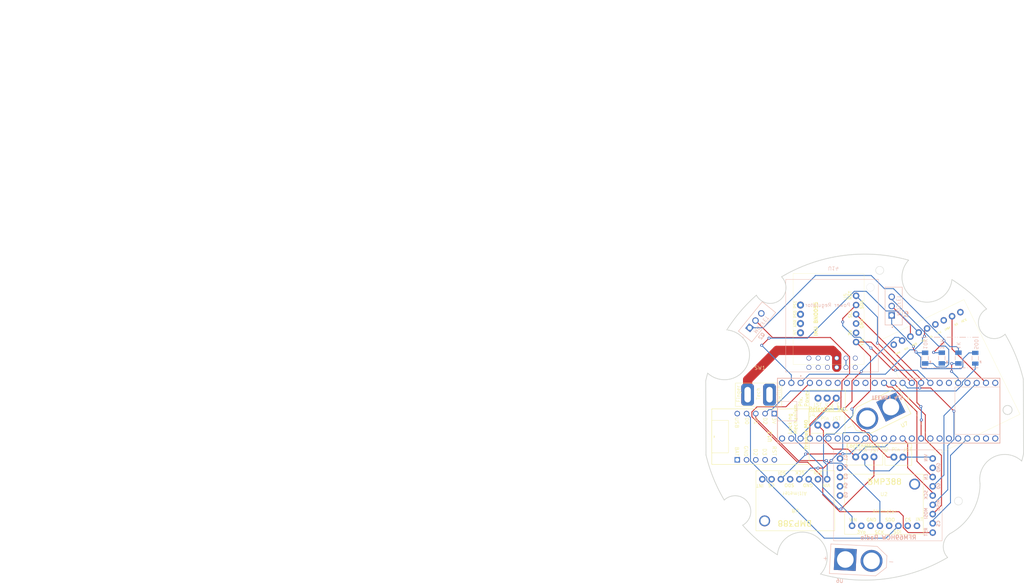
<source format=kicad_pcb>
(kicad_pcb (version 20221018) (generator pcbnew)
  (title_block (title "G-FORCE PCB") (date "2024-01-07") (rev "2") (company "Kathleen Arrington and Anthony Konstantinidi"))
  (layers (0 "F.Cu" signal "Top Signal") (1 "In1.Cu" power "GND") (2 "In2.Cu" power "5V") (3 "In3.Cu" mixed "GND-NMOS1") (4 "In4.Cu" power "22.2V") (31 "B.Cu" signal "Bottom Signal") (34 "B.Paste" user) (35 "F.Paste" user) (36 "B.SilkS" user "B.Silkscreen") (37 "F.SilkS" user "F.Silkscreen") (38 "B.Mask" user) (39 "F.Mask" user) (44 "Edge.Cuts" user))
  (net 0 "")
  (net 1 "/Retention  Signal")
  (net 2 "5V-Power Reg.")
  (net 3 "GND - NMOS1")
  (net 4 "/Open Signal")
  (net 5 "GND - NMOS2")
  (net 6 "Net-(Q1-Pad1)")
  (net 7 "GND")
  (net 8 "Net-(Q2-Pad1)")
  (net 9 "Power Signal")
  (net 10 "PixHawk Signal")
  (net 11 "/.1in")
  (net 12 "/22.2V")
  (net 13 "RX1")
  (net 14 "TX1")
  (net 15 "RST3")
  (net 17 "3.3V-Teensy")
  (net 18 "3.3V-Teensy1")
  (net 25 "EN2")
  (net 26 "MOSI")
  (net 27 "MISO")
  (net 28 "SCK")
  (net 30 "SDA1")
  (net 31 "SCL1")
  (net 37 "SCL2")
  (net 38 "SDA2")
  (net 42 "G0")
  (net 43 "EN1")
  (net 48 "CS")
  (net 53 "RST2")
  (net 54 "3.3V-Trinket")
  (net 56 "SCL3")
  (net 58 "SDA3")
  (net 72 "unconnected-(U5-VRP-Pad3)")
  (footprint "BMP388:BMP388" (layer "F.Cu") (at 168.73567 90.371413 180)
    (fp_text reference "U8")
    (fp_text value "~")
  )
  (footprint "JST-XH3:JST-XH3" (layer "F.Cu") (at 172.442524 63.764892)
    (fp_text reference "J4")
    (fp_text value "532540370")
  )
  (footprint "BMP388:BMP388" (layer "F.Cu") (at 193.012152 86.832848)
    (fp_text reference "U2")
    (fp_text value "~")
  )
  (footprint "FingerTech:FingerTech" (layer "F.Cu") (at 152.302152 55.852848)
    (fp_text reference "SW1")
    (fp_text value "FingerTech")
  )
  (footprint "XT60:AMASS_XT60-M" (layer "F.Cu") (at 191.678064 63.997875 -154)
    (fp_text reference "U7")
    (fp_text value "~")
  )
  (footprint "Trinket M0:Trinket M0" (layer "F.Cu") (at 159.171446 70.537978 -90)
    (fp_text reference "U13")
    (fp_text value "~")
  )
  (footprint "JST-XH2:JST-XH2" (layer "F.Cu") (at 193.283032 72.545175)
    (fp_text reference "J3" hide)
    (fp_text value "460150206")
  )
  (footprint "adafruit gps:GPS_adafruit" (layer "F.Cu") (at 230.284405 64.394125 -154)
    (fp_text reference "U3")
    (fp_text value "~")
    (fp_circle (center 2.54 2.54) (end 3.79 2.54) (stroke (width 0.2032)) (fill none) (layer "Edge.Cuts"))
  )
  (footprint "BNO055:BNO055" (layer "F.Cu") (at 177.761391 39.519309 90)
    (fp_text reference "U14")
    (fp_text value "~")
  )
  (footprint "JST-XH3:JST-XH3" (layer "F.Cu") (at 182.398875 63.586849 180)
    (fp_text reference "J1" hide)
    (fp_text value "532540370")
  )
  (footprint "JST-XH3:JST-XH3" (layer "F.Cu") (at 182.820639 72.495598)
    (fp_text reference "J2" hide)
    (fp_text value "532540370")
  )
  (footprint "10KOhm:RESC3216X70N" (layer "B.Cu") (at 208.86792 48.980108 90)
    (fp_text reference "R3")
    (fp_text value "10K")
  )
  (footprint "RFModule:RFM_LoRa" (layer "B.Cu") (at 193.784729 85.518872 -90)
    (fp_text reference "U4" hide)
    (fp_text value "~")
  )
  (footprint "poluluRegulator:VoltageRegulator" (layer "B.Cu") (at 191.502027 27.406508 180)
    (fp_text reference "U5")
    (fp_text value "~")
    (fp_circle (center 2.2 -2.2) (end 3.29 -2.2) (stroke (width 0.05)) (fill none) (layer "Edge.Cuts"))
  )
  (footprint "10KOhm:RESC3216X70N" (layer "B.Cu") (at 204.29164 49.001523 90)
    (fp_text reference "R4")
    (fp_text value "10K")
  )
  (footprint "1kOhm:RESC3216X70N" (layer "B.Cu") (at 213.419777 48.97878 90)
    (fp_text reference "R2")
    (fp_text value "1000")
  )
  (footprint "XT60:AMASS_XT60-M" (layer "B.Cu") (at 186.018498 104.420967 -3)
    (fp_text reference "U6")
    (fp_text value "~")
  )
  (footprint "teensyMosfet:teensyMosfet" (layer "B.Cu") (at 157.815012 38.705763 51)
    (fp_text reference "Q2")
    (fp_text value "CSD19503KCS")
  )
  (footprint "Teensy:TEENSY41" (layer "B.Cu") (at 170.18 55.797149)
    (fp_text reference "U1")
    (fp_text value "~" hide)
  )
  (footprint "teensyMosfet:teensyMosfet" (layer "B.Cu") (at 195.132152 34.727848 90)
    (fp_text reference "Q1")
    (fp_text value "CSD19503KCS")
  )
  (footprint "500Ohm:RESC3216X65N" (layer "B.Cu") (at 218.034062 49.028469 90)
    (fp_text reference "R1")
    (fp_text value "500")
  )
  (gr_line (start 203.12179 51.646433) (end 219.19328 51.657673) (stroke (width 0.15) (type dash_dot_dot)) (layer "B.SilkS"))
  (gr_line (start 203.238914 43.273321) (end 219.310404 43.284561) (stroke (width 0.15) (type dash_dot_dot)) (layer "B.SilkS"))
  (gr_arc (start 211.64513 27.453066) (mid 202.008653 33.049872) (end 199.781521 22.130826) (stroke (width 0.2)) (layer "Edge.Cuts"))
  (gr_arc (start 210.466566 103.675352) (mid 193.522843 109.514976) (end 175.647082 108.231169) (stroke (width 0.2)) (layer "Edge.Cuts"))
  (gr_arc (start 149.248849 87.932256) (mid 155.698255 88.513581) (end 154.292751 94.834763) (stroke (width 0.2)) (layer "Edge.Cuts"))
  (gr_circle (center 160.321976 93.637848) (end 161.421977 93.637848) (stroke (width 0.1)) (fill none) (layer "Edge.Cuts"))
  (gr_arc (start 231.298303 75.15034) (mid 231.045682 76.196788) (end 230.767936 77.23685) (stroke (width 0.2)) (layer "Edge.Cuts"))
  (gr_arc (start 219.356944 83.444629) (mid 217.077176 91.451704) (end 211.041817 97.186252) (stroke (width 0.2)) (layer "Edge.Cuts"))
  (gr_arc (start 219.356945 83.444628) (mid 222.838676 76.253071) (end 230.767935 77.236851) (stroke (width 0.2)) (layer "Edge.Cuts"))
  (gr_arc (start 164.967775 26.697429) (mid 181.907614 20.853671) (end 199.781521 22.130825) (stroke (width 0.2)) (layer "Edge.Cuts"))
  (gr_line (start 231.298303 75.15034) (end 231.20181 54.752076) (stroke (width 0.2)) (layer "Edge.Cuts"))
  (gr_arc (start 144.178445 55.222771) (mid 144.432495 54.171011) (end 144.711923 53.125706) (stroke (width 0.2)) (layer "Edge.Cuts"))
  (gr_arc (start 149.954318 41.270657) (mid 153.672286 36.220888) (end 158.060309 31.741075) (stroke (width 0.2)) (layer "Edge.Cuts"))
  (gr_circle (center 213.421551 88.203894) (end 214.521552 88.203894) (stroke (width 0.1)) (fill none) (layer "Edge.Cuts"))
  (gr_line (start 144.249268 75.570904) (end 144.178445 55.222771) (stroke (width 0.2)) (layer "Edge.Cuts"))
  (gr_arc (start 226.212904 42.440811) (mid 229.164466 48.410983) (end 231.196406 54.753373) (stroke (width 0.2)) (layer "Edge.Cuts"))
  (gr_arc (start 163.815309 102.935463) (mid 158.769323 99.219793) (end 154.292752 94.834764) (stroke (width 0.2)) (layer "Edge.Cuts"))
  (gr_arc (start 163.815308 102.935464) (mid 173.424198 97.332335) (end 175.647081 108.231168) (stroke (width 0.2)) (layer "Edge.Cuts"))
  (gr_circle (center 191.85315 24.9286) (end 192.880088 24.534395) (stroke (width 0.1)) (fill none) (layer "Edge.Cuts"))
  (gr_arc (start 164.967775 26.697428) (mid 164.394706 33.164431) (end 158.060309 31.741075) (stroke (width 0.2)) (layer "Edge.Cuts"))
  (gr_arc (start 226.212904 42.440811) (mid 219.741396 41.872169) (end 221.13582 35.527195) (stroke (width 0.2)) (layer "Edge.Cuts"))
  (gr_arc (start 211.646353 27.453185) (mid 216.673936 31.157755) (end 221.13582 35.527195) (stroke (width 0.2)) (layer "Edge.Cuts"))
  (gr_arc (start 210.466565 103.675356) (mid 209.28716 100.303612) (end 211.046411 97.1948) (stroke (width 0.2)) (layer "Edge.Cuts"))
  (gr_arc (start 149.244744 87.927937) (mid 146.283811 81.936672) (end 144.249268 75.570904) (stroke (width 0.2)) (layer "Edge.Cuts"))
  (gr_arc (start 149.957733 41.266577) (mid 155.589526 50.847553) (end 144.711924 53.125706) (stroke (width 0.2)) (layer "Edge.Cuts"))
  (gr_text "Retention Ser.\n\n" (at 172.238609 65.118805) (layer "F.SilkS") (effects (font (size 1 1) (thickness 0.2) bold) (justify left bottom)))
  (gr_text "Mech.\n" (at 188.174142 73.788165) (layer "F.SilkS") (effects (font (size 1 1)) (justify left bottom)))
  (gr_text "Locking" (at 182.658893 73.623731) (layer "F.SilkS") (effects (font (size 1 1)) (justify left bottom)))
  (gr_text "Pix.\nPower" (at 172.397757 62.433542 90) (layer "F.SilkS") (effects (font (size 1 1)) (justify left bottom)))
  (gr_text "Mechanism" (at 169.353012 69.932777 90) (layer "F.SilkS") (effects (font (size 1 1)) (justify left bottom)))
  (gr_text "Locking" (at 167.833809 69.937526 90) (layer "F.SilkS") (effects (font (size 1 1)) (justify left bottom)))
  (segment (start 179.948875 59.980049) (end 172.72 67.208924) (width 0.25) (layer "F.Cu") (net 1))
  (segment (start 172.72 67.208924) (end 172.72 71.037149) (width 0.25) (layer "F.Cu") (net 1))
  (segment (start 189.362152 79.917848) (end 187.770639 78.326335) (width 0.25) (layer "B.Cu") (net 2))
  (segment (start 187.770639 78.326335) (end 187.770639 76.102398) (width 0.25) (layer "B.Cu") (net 2))
  (segment (start 198.233032 76.151975) (end 194.467159 79.917848) (width 0.25) (layer "B.Cu") (net 2))
  (segment (start 194.467159 79.917848) (end 189.362152 79.917848) (width 0.25) (layer "B.Cu") (net 2))
  (segment (start 205.987832 76.151975) (end 206.374729 76.538872) (width 0.25) (layer "B.Cu") (net 2))
  (segment (start 198.233032 76.151975) (end 205.987832 76.151975) (width 0.25) (layer "B.Cu") (net 2))
  (segment (start 200.265906 39.861602) (end 195.132152 34.727848) (width 0.25) (layer "F.Cu") (net 3))
  (segment (start 200.265906 43.086956) (end 200.265906 39.861602) (width 0.25) (layer "F.Cu") (net 3))
  (segment (start 190.270639 81.329361) (end 190.270639 76.102398) (width 0.25) (layer "F.Cu") (net 3))
  (segment (start 181.204485 90.395515) (end 190.270639 81.329361) (width 0.25) (layer "F.Cu") (net 3))
  (via (at 181.204485 90.395515) (size 0.8) (drill 0.4) (layers "F.Cu" "B.Cu") (net 3))
  (segment (start 172.38667 82.212413) (end 180.569772 90.395515) (width 0.25) (layer "B.Cu") (net 3))
  (segment (start 180.569772 90.395515) (end 181.204485 90.395515) (width 0.25) (layer "B.Cu") (net 3))
  (segment (start 183.106089 73.937848) (end 185.270639 76.102398) (width 0.25) (layer "F.Cu") (net 4))
  (segment (start 176.4175 68.896668) (end 176.4175 71.291602) (width 0.25) (layer "F.Cu") (net 4))
  (segment (start 174.892524 67.371692) (end 176.4175 68.896668) (width 0.25) (layer "F.Cu") (net 4))
  (segment (start 176.4175 71.291602) (end 179.063746 73.937848) (width 0.25) (layer "F.Cu") (net 4))
  (segment (start 179.063746 73.937848) (end 183.106089 73.937848) (width 0.25) (layer "F.Cu") (net 4))
  (segment (start 186.548139 74.781861) (end 188.002152 73.327848) (width 0.25) (layer "B.Cu") (net 4))
  (segment (start 185.270639 76.102398) (end 186.548139 74.824898) (width 0.25) (layer "B.Cu") (net 4))
  (segment (start 193.289301 73.327848) (end 195.58 71.037149) (width 0.25) (layer "B.Cu") (net 4))
  (segment (start 186.548139 74.824898) (end 186.548139 74.781861) (width 0.25) (layer "B.Cu") (net 4))
  (segment (start 188.002152 73.327848) (end 193.289301 73.327848) (width 0.25) (layer "B.Cu") (net 4))
  (segment (start 178.343887 43.349509) (end 183.602152 48.607774) (width 0.25) (layer "F.Cu") (net 5))
  (segment (start 181.226375 63.062242) (end 181.226375 59.667848) (width 0.25) (layer "F.Cu") (net 5))
  (segment (start 181.4975 55.317696) (end 181.4975 57.7425) (width 0.25) (layer "F.Cu") (net 5))
  (segment (start 189.1175 70.406359) (end 187.612152 68.901011) (width 0.25) (layer "F.Cu") (net 5))
  (segment (start 195.733032 76.151975) (end 193.977873 76.151975) (width 0.25) (layer "F.Cu") (net 5))
  (segment (start 189.1175 71.291602) (end 189.1175 70.406359) (width 0.25) (layer "F.Cu") (net 5))
  (segment (start 162.458758 43.349509) (end 178.343887 43.349509) (width 0.25) (layer "F.Cu") (net 5))
  (segment (start 181.232152 59.662071) (end 181.226375 59.667848) (width 0.25) (layer "F.Cu") (net 5))
  (segment (start 157.815012 38.705763) (end 162.458758 43.349509) (width 0.25) (layer "F.Cu") (net 5))
  (segment (start 181.4975 57.7425) (end 181.232152 58.007848) (width 0.25) (layer "F.Cu") (net 5))
  (segment (start 193.977873 76.151975) (end 189.1175 71.291602) (width 0.25) (layer "F.Cu") (net 5))
  (segment (start 187.065144 68.901011) (end 181.226375 63.062242) (width 0.25) (layer "F.Cu") (net 5))
  (segment (start 181.232152 59.662071) (end 181.232152 58.007848) (width 0.25) (layer "F.Cu") (net 5))
  (segment (start 183.602152 53.213044) (end 181.4975 55.317696) (width 0.25) (layer "F.Cu") (net 5))
  (segment (start 187.612152 68.901011) (end 187.065144 68.901011) (width 0.25) (layer "F.Cu") (net 5))
  (segment (start 183.602152 48.607774) (end 183.602152 53.213044) (width 0.25) (layer "F.Cu") (net 5))
  (segment (start 201.102152 45.827848) (end 201.102152 46.610023) (width 0.25) (layer "F.Cu") (net 6))
  (segment (start 201.102152 46.610023) (end 201.812152 47.320023) (width 0.25) (layer "F.Cu") (net 6))
  (via (at 201.812152 47.320023) (size 0.8) (drill 0.4) (layers "F.Cu" "B.Cu") (net 6))
  (via (at 201.102152 45.827848) (size 0.8) (drill 0.4) (layers "F.Cu" "B.Cu") (net 6))
  (segment (start 201.812152 47.320023) (end 202.027652 47.535523) (width 0.25) (layer "B.Cu") (net 6))
  (segment (start 214.629777 49.250223) (end 216.321531 47.558469) (width 0.25) (layer "B.Cu") (net 6))
  (segment (start 214.629777 51.38478) (end 214.629777 49.250223) (width 0.25) (layer "B.Cu") (net 6))
  (segment (start 216.321531 47.558469) (end 218.034062 47.558469) (width 0.25) (layer "B.Cu") (net 6))
  (segment (start 203.08164 51.407523) (end 203.571965 51.897848) (width 0.25) (layer "B.Cu") (net 6))
  (segment (start 203.08164 48.745523) (end 203.08164 51.407523) (width 0.25) (layer "B.Cu") (net 6))
  (segment (start 202.027652 47.535523) (end 204.29164 47.535523) (width 0.25) (layer "B.Cu") (net 6))
  (segment (start 203.571965 51.897848) (end 214.116709 51.897848) (width 0.25) (layer "B.Cu") (net 6))
  (segment (start 199.196969 43.922665) (end 201.102152 45.827848) (width 0.25) (layer "B.Cu") (net 6))
  (segment (start 199.196969 43.697563) (end 199.196969 43.922665) (width 0.25) (layer "B.Cu") (net 6))
  (segment (start 214.116709 51.897848) (end 214.629777 51.38478) (width 0.25) (layer "B.Cu") (net 6))
  (segment (start 195.132152 39.632746) (end 199.196969 43.697563) (width 0.25) (layer "B.Cu") (net 6))
  (segment (start 195.132152 37.267848) (end 195.132152 39.632746) (width 0.25) (layer "B.Cu") (net 6))
  (segment (start 201.812152 47.476035) (end 203.08164 48.745523) (width 0.25) (layer "B.Cu") (net 6))
  (segment (start 201.812152 47.320023) (end 201.812152 47.476035) (width 0.25) (layer "B.Cu") (net 6))
  (segment (start 203.61778 41.325575) (end 203.61778 41.362887) (width 0.25) (layer "B.Cu") (net 7))
  (segment (start 210.772152 50.297848) (end 210.772152 50.691876) (width 0.25) (layer "B.Cu") (net 7))
  (segment (start 206.441827 50.467523) (end 204.29164 50.467523) (width 0.25) (layer "B.Cu") (net 7))
  (segment (start 210.01618 51.447848) (end 207.422152 51.447848) (width 0.25) (layer "B.Cu") (net 7))
  (segment (start 195.132152 32.187848) (end 195.132152 32.839947) (width 0.25) (layer "B.Cu") (net 7))
  (segment (start 207.950416 45.695523) (end 209.835731 45.695523) (width 0.25) (layer "B.Cu") (net 7))
  (segment (start 203.61778 41.362887) (end 207.950416 45.695523) (width 0.25) (layer "B.Cu") (net 7))
  (segment (start 209.835731 45.695523) (end 210.772152 46.631944) (width 0.25) (layer "B.Cu") (net 7))
  (segment (start 209.652576 50.297848) (end 209.186118 50.764306) (width 0.25) (layer "B.Cu") (net 7))
  (segment (start 195.132152 32.839947) (end 203.61778 41.325575) (width 0.25) (layer "B.Cu") (net 7))
  (segment (start 207.422152 51.447848) (end 206.441827 50.467523) (width 0.25) (layer "B.Cu") (net 7))
  (segment (start 210.772152 50.691876) (end 210.01618 51.447848) (width 0.25) (layer "B.Cu") (net 7))
  (segment (start 210.772152 50.297848) (end 209.652576 50.297848) (width 0.25) (layer "B.Cu") (net 7))
  (segment (start 210.772152 46.631944) (end 210.772152 50.297848) (width 0.25) (layer "B.Cu") (net 7))
  (segment (start 209.462152 44.587848) (end 209.462152 44.217848) (width 0.25) (layer "F.Cu") (net 8))
  (segment (start 206.622152 47.427848) (end 209.462152 44.587848) (width 0.25) (layer "F.Cu") (net 8))
  (via (at 209.462152 44.217848) (size 0.8) (drill 0.4) (layers "F.Cu" "B.Cu") (net 8))
  (via (at 206.622152 47.427848) (size 0.8) (drill 0.4) (layers "F.Cu" "B.Cu") (net 8))
  (segment (start 205.900717 40.249424) (end 209.462152 43.810859) (width 0.25) (layer "B.Cu") (net 8))
  (segment (start 206.708412 47.514108) (end 206.622152 47.427848) (width 0.25) (layer "B.Cu") (net 8))
  (segment (start 195.794302 30.105698) (end 205.900717 40.212112) (width 0.25) (layer "B.Cu") (net 8))
  (segment (start 213.419777 46.335473) (end 213.419777 47.51278) (width 0.25) (layer "B.Cu") (net 8))
  (segment (start 193.122152 29.927848) (end 195.616452 29.927848) (width 0.25) (layer "B.Cu") (net 8))
  (segment (start 205.900717 40.212112) (end 205.900717 40.249424) (width 0.25) (layer "B.Cu") (net 8))
  (segment (start 189.532152 26.337848) (end 193.122152 29.927848) (width 0.25) (layer "B.Cu") (net 8))
  (segment (start 195.759126 30.070521) (end 195.794302 30.105698) (width 0.25) (layer "B.Cu") (net 8))
  (segment (start 195.616452 29.927848) (end 195.794302 30.105698) (width 0.25) (layer "B.Cu") (net 8))
  (segment (start 156.216538 40.679714) (end 159.940286 40.679714) (width 0.25) (layer "B.Cu") (net 8))
  (segment (start 208.86792 47.514108) (end 206.708412 47.514108) (width 0.25) (layer "B.Cu") (net 8))
  (segment (start 211.082152 45.837848) (end 212.922152 45.837848) (width 0.25) (layer "B.Cu") (net 8))
  (segment (start 209.462152 44.217848) (end 211.082152 45.837848) (width 0.25) (layer "B.Cu") (net 8))
  (segment (start 174.192152 26.427848) (end 174.192152 26.337848) (width 0.25) (layer "B.Cu") (net 8))
  (segment (start 209.462152 43.810859) (end 209.462152 44.217848) (width 0.25) (layer "B.Cu") (net 8))
  (segment (start 159.940286 40.679714) (end 174.192152 26.427848) (width 0.25) (layer "B.Cu") (net 8))
  (segment (start 212.922152 45.837848) (end 213.419777 46.335473) (width 0.25) (layer "B.Cu") (net 8))
  (segment (start 174.192152 26.337848) (end 189.532152 26.337848) (width 0.25) (layer "B.Cu") (net 8))
  (segment (start 218.034062 50.498469) (end 218.034062 52.025938) (width 0.25) (layer "B.Cu") (net 9))
  (segment (start 161.536576 63.117848) (end 160.441446 64.212978) (width 0.25) (layer "B.Cu") (net 9))
  (segment (start 218.034062 52.025938) (end 214.5175 55.5425) (width 0.25) (layer "B.Cu") (net 9))
  (segment (start 214.5175 56.276602) (end 212.786254 58.007848) (width 0.25) (layer "B.Cu") (net 9))
  (segment (start 212.786254 58.007848) (end 167.372919 58.007848) (width 0.25) (layer "B.Cu") (net 9))
  (segment (start 167.372919 58.007848) (end 162.262919 63.117848) (width 0.25) (layer "B.Cu") (net 9))
  (segment (start 214.5175 55.5425) (end 214.5175 56.276602) (width 0.25) (layer "B.Cu") (net 9))
  (segment (start 162.262919 63.117848) (end 161.536576 63.117848) (width 0.25) (layer "B.Cu") (net 9))
  (segment (start 211.562152 50.517848) (end 211.592152 50.487848) (width 0.25) (layer "F.Cu") (net 10))
  (segment (start 211.562152 52.647848) (end 211.562152 50.517848) (width 0.25) (layer "F.Cu") (net 10))
  (via (at 211.562152 52.647848) (size 0.8) (drill 0.4) (layers "F.Cu" "B.Cu") (net 10))
  (via (at 211.592152 50.487848) (size 0.8) (drill 0.4) (layers "F.Cu" "B.Cu") (net 10))
  (segment (start 213.36 54.445696) (end 211.562152 52.647848) (width 0.25) (layer "B.Cu") (net 10))
  (segment (start 211.592152 50.487848) (end 213.376709 50.487848) (width 0.25) (layer "B.Cu") (net 10))
  (segment (start 213.36 55.797149) (end 213.36 54.445696) (width 0.25) (layer "B.Cu") (net 10))
  (segment (start 213.376709 50.487848) (end 213.419777 50.44478) (width 0.25) (layer "B.Cu") (net 10))
  (segment (start 155.654952 59.027848) (end 155.654952 54.975048) (width 2.54) (layer "F.Cu") (net 11))
  (segment (start 155.654952 54.975048) (end 163.753492 46.876508) (width 2.54) (layer "F.Cu") (net 11))
  (segment (start 163.753492 46.876508) (end 178.850812 46.876508) (width 2.54) (layer "F.Cu") (net 11))
  (segment (start 180.072027 48.097723) (end 180.072027 51.536508) (width 2.54) (layer "F.Cu") (net 11))
  (segment (start 178.850812 46.876508) (end 180.072027 48.097723) (width 2.54) (layer "F.Cu") (net 11))
  (segment (start 161.532152 43.517848) (end 159.552152 45.497848) (width 0.25) (layer "F.Cu") (net 13))
  (segment (start 159.552152 45.497848) (end 159.512152 45.497848) (width 0.25) (layer "F.Cu") (net 13))
  (via (at 161.532152 43.517848) (size 0.8) (drill 0.4) (layers "F.Cu" "B.Cu") (net 13))
  (via (at 159.512152 45.497848) (size 0.8) (drill 0.4) (layers "F.Cu" "B.Cu") (net 13))
  (segment (start 193.557152 36.065348) (end 196.640697 36.065348) (width 0.25) (layer "B.Cu") (net 13))
  (segment (start 159.512152 45.497848) (end 167.64 53.625696) (width 0.25) (layer "B.Cu") (net 13))
  (segment (start 188.177113 30.685309) (end 193.557152 36.065348) (width 0.25) (layer "B.Cu") (net 13))
  (segment (start 172.045996 43.517848) (end 161.532152 43.517848) (width 0.25) (layer "B.Cu") (net 13))
  (segment (start 184.878535 30.685309) (end 172.045996 43.517848) (width 0.25) (layer "B.Cu") (net 13))
  (segment (start 184.878535 30.685309) (end 188.177113 30.685309) (width 0.25) (layer "B.Cu") (net 13))
  (segment (start 196.640697 36.065348) (end 202.548843 41.973494) (width 0.25) (layer "B.Cu") (net 13))
  (segment (start 167.64 53.625696) (end 167.64 55.797149) (width 0.25) (layer "B.Cu") (net 13))
  (segment (start 204.112152 42.987848) (end 204.112152 41.579659) (width 0.25) (layer "F.Cu") (net 14))
  (segment (start 204.112152 41.579659) (end 204.83178 40.860031) (width 0.25) (layer "F.Cu") (net 14))
  (via (at 204.112152 42.987848) (size 0.8) (drill 0.4) (layers "F.Cu" "B.Cu") (net 14))
  (segment (start 203.567152 44.539718) (end 203.567152 43.532848) (width 0.25) (layer "B.Cu") (net 14))
  (segment (start 172.569301 53.407848) (end 193.422152 53.407848) (width 0.25) (layer "B.Cu") (net 14))
  (segment (start 201.385587 46.721283) (end 203.567152 44.539718) (width 0.25) (layer "B.Cu") (net 14))
  (segment (start 170.18 55.797149) (end 172.569301 53.407848) (width 0.25) (layer "B.Cu") (net 14))
  (segment (start 203.567152 43.532848) (end 204.112152 42.987848) (width 0.25) (layer "B.Cu") (net 14))
  (segment (start 200.108717 46.721283) (end 201.385587 46.721283) (width 0.25) (layer "B.Cu") (net 14))
  (segment (start 193.422152 53.407848) (end 200.108717 46.721283) (width 0.25) (layer "B.Cu") (net 14))
  (segment (start 206.374729 96.858872) (end 199.67132 96.858872) (width 0.25) (layer "F.Cu") (net 15))
  (segment (start 180.90418 91.120515) (end 176.25267 86.469005) (width 0.25) (layer "F.Cu") (net 15))
  (segment (start 156.822446 65.064538) (end 156.822446 63.766041) (width 0.25) (layer "F.Cu") (net 15))
  (segment (start 197.129485 91.120515) (end 180.90418 91.120515) (width 0.25) (layer "F.Cu") (net 15))
  (segment (start 198.307152 92.298182) (end 197.129485 91.120515) (width 0.25) (layer "F.Cu") (net 15))
  (segment (start 158.235639 62.352848) (end 166.164301 62.352848) (width 0.25) (layer "F.Cu") (net 15))
  (segment (start 176.25267 81.709557) (end 172.080961 77.537848) (width 0.25) (layer "F.Cu") (net 15))
  (segment (start 156.822446 63.766041) (end 158.235639 62.352848) (width 0.25) (layer "F.Cu") (net 15))
  (segment (start 176.25267 86.469005) (end 176.25267 81.709557) (width 0.25) (layer "F.Cu") (net 15))
  (segment (start 199.67132 96.858872) (end 198.307152 95.494704) (width 0.25) (layer "F.Cu") (net 15))
  (segment (start 166.164301 62.352848) (end 172.72 55.797149) (width 0.25) (layer "F.Cu") (net 15))
  (segment (start 169.295756 77.537848) (end 156.822446 65.064538) (width 0.25) (layer "F.Cu") (net 15))
  (segment (start 172.080961 77.537848) (end 169.295756 77.537848) (width 0.25) (layer "F.Cu") (net 15))
  (segment (start 198.307152 95.494704) (end 198.307152 92.298182) (width 0.25) (layer "F.Cu") (net 15))
  (segment (start 189.3425 48.560418) (end 185.381391 44.599309) (width 0.25) (layer "F.Cu") (net 17))
  (segment (start 189.3425 57.8775) (end 189.3425 48.560418) (width 0.25) (layer "F.Cu") (net 17))
  (segment (start 189.46216 44.599309) (end 200.66 55.797149) (width 0.25) (layer "F.Cu") (net 17))
  (segment (start 184.252152 62.967848) (end 189.3425 57.8775) (width 0.25) (layer "F.Cu") (net 17))
  (segment (start 185.381391 44.599309) (end 189.46216 44.599309) (width 0.25) (layer "F.Cu") (net 17))
  (via (at 184.252152 62.967848) (size 0.8) (drill 0.4) (layers "F.Cu" "B.Cu") (net 17))
  (segment (start 184.502152 64.758179) (end 184.502152 63.217848) (width 0.25) (layer "B.Cu") (net 17))
  (segment (start 177.46667 78.357671) (end 176.462152 77.353153) (width 0.25) (layer "B.Cu") (net 17))
  (segment (start 177.290351 69.879649) (end 179.380682 69.879649) (width 0.25) (layer "B.Cu") (net 17))
  (segment (start 176.462152 70.707848) (end 177.290351 69.879649) (width 0.25) (layer "B.Cu") (net 17))
  (segment (start 184.502152 63.217848) (end 184.252152 62.967848) (width 0.25) (layer "B.Cu") (net 17))
  (segment (start 179.380682 69.879649) (end 184.502152 64.758179) (width 0.25) (layer "B.Cu") (net 17))
  (segment (start 177.46667 82.212413) (end 177.46667 78.357671) (width 0.25) (layer "B.Cu") (net 17))
  (segment (start 176.462152 77.353153) (end 176.462152 70.707848) (width 0.25) (layer "B.Cu") (net 17))
  (segment (start 184.2625 55.233) (end 184.2625 60.7975) (width 0.25) (layer "F.Cu") (net 18))
  (segment (start 186.812152 52.683348) (end 184.2625 55.233) (width 0.25) (layer "F.Cu") (net 18))
  (segment (start 184.2625 60.7975) (end 182.124366 62.935634) (width 0.25) (layer "F.Cu") (net 18))
  (via (at 186.812152 52.683348) (size 0.8) (drill 0.4) (layers "F.Cu" "B.Cu") (net 18))
  (via (at 182.124366 62.935634) (size 0.8) (drill 0.4) (layers "F.Cu" "B.Cu") (net 18))
  (segment (start 197.09397 43.31142) (end 195.97858 43.31142) (width 0.25) (layer "B.Cu") (net 18))
  (segment (start 170.18 70.277558) (end 170.18 71.037149) (width 0.25) (layer "B.Cu") (net 18))
  (segment (start 186.812152 52.477848) (end 186.812152 52.683348) (width 0.25) (layer "B.Cu") (net 18))
  (segment (start 197.982969 44.200419) (end 197.09397 43.31142) (width 0.25) (layer "B.Cu") (net 18))
  (segment (start 182.124366 62.935634) (end 177.521924 62.935634) (width 0.25) (layer "B.Cu") (net 18))
  (segment (start 195.97858 43.31142) (end 186.812152 52.477848) (width 0.25) (layer "B.Cu") (net 18))
  (segment (start 177.521924 62.935634) (end 170.18 70.277558) (width 0.25) (layer "B.Cu") (net 18))
  (segment (start 197.982969 44.200419) (end 197.982969 44.61184) (width 0.25) (layer "B.Cu") (net 18))
  (segment (start 202.0425 63.69613) (end 195.274218 56.927848) (width 0.25) (layer "F.Cu") (net 25))
  (segment (start 206.374729 81.618872) (end 202.0425 77.286643) (width 0.25) (layer "F.Cu") (net 25))
  (segment (start 194.170699 56.927848) (end 193.04 55.797149) (width 0.25) (layer "F.Cu") (net 25))
  (segment (start 202.0425 77.286643) (end 202.0425 63.69613) (width 0.25) (layer "F.Cu") (net 25))
  (segment (start 195.274218 56.927848) (end 194.170699 56.927848) (width 0.25) (layer "F.Cu") (net 25))
  (segment (start 208.762152 89.391449) (end 208.762152 75.696254) (width 0.25) (layer "F.Cu") (net 26))
  (segment (start 204.3575 71.291602) (end 204.3575 64.574649) (width 0.25) (layer "F.Cu") (net 26))
  (segment (start 206.374729 91.778872) (end 208.762152 89.391449) (width 0.25) (layer "F.Cu") (net 26))
  (segment (start 208.762152 75.696254) (end 204.3575 71.291602) (width 0.25) (layer "F.Cu") (net 26))
  (segment (start 204.3575 64.574649) (end 195.58 55.797149) (width 0.25) (layer "F.Cu") (net 26))
  (segment (start 212.192152 63.547848) (end 205.826656 57.182352) (width 0.25) (layer "F.Cu") (net 27))
  (segment (start 205.826656 57.182352) (end 202.836894 57.182352) (width 0.25) (layer "F.Cu") (net 27))
  (via (at 202.836894 57.182352) (size 0.8) (drill 0.4) (layers "F.Cu" "B.Cu") (net 27))
  (via (at 212.192152 63.547848) (size 0.8) (drill 0.4) (layers "F.Cu" "B.Cu") (net 27))
  (segment (start 210.502152 85.111449) (end 210.502152 72.99195) (width 0.25) (layer "B.Cu") (net 27))
  (segment (start 206.374729 89.238872) (end 210.502152 85.111449) (width 0.25) (layer "B.Cu") (net 27))
  (segment (start 212.192152 71.30195) (end 212.192152 63.547848) (width 0.25) (layer "B.Cu") (net 27))
  (segment (start 210.502152 72.99195) (end 212.192152 71.30195) (width 0.25) (layer "B.Cu") (net 27))
  (segment (start 202.836894 57.182352) (end 199.505203 57.182352) (width 0.25) (layer "B.Cu") (net 27))
  (segment (start 199.505203 57.182352) (end 198.12 55.797149) (width 0.25) (layer "B.Cu") (net 27))
  (segment (start 199.510532 79.065288) (end 199.510532 72.427681) (width 0.25) (layer "F.Cu") (net 28))
  (segment (start 206.374729 86.698872) (end 206.374729 85.929485) (width 0.25) (layer "F.Cu") (net 28))
  (segment (start 198.12 71.037149) (end 199.510532 72.427681) (width 0.25) (layer "F.Cu") (net 28))
  (segment (start 206.374729 85.929485) (end 199.510532 79.065288) (width 0.25) (layer "F.Cu") (net 28))
  (segment (start 176.514625 75.253788) (end 181.725859 75.253788) (width 0.25) (layer "F.Cu") (net 30))
  (segment (start 176.476563 75.29185) (end 176.514625 75.253788) (width 0.25) (layer "F.Cu") (net 30))
  (segment (start 171.54815 75.29185) (end 176.476563 75.29185) (width 0.25) (layer "F.Cu") (net 30))
  (via (at 171.54815 75.29185) (size 0.8) (drill 0.4) (layers "F.Cu" "B.Cu") (net 30))
  (via (at 181.725859 75.253788) (size 0.8) (drill 0.4) (layers "F.Cu" "B.Cu") (net 30))
  (segment (start 171.54815 75.430933) (end 171.54815 75.29185) (width 0.25) (layer "B.Cu") (net 30))
  (segment (start 164.76667 82.212413) (end 171.54815 75.430933) (width 0.25) (layer "B.Cu") (net 30))
  (segment (start 181.725859 75.253788) (end 183.743361 75.253788) (width 0.25) (layer "B.Cu") (net 30))
  (segment (start 183.743361 75.253788) (end 187.96 71.037149) (width 0.25) (layer "B.Cu") (net 30))
  (segment (start 176.467652 79.157848) (end 174.942152 79.157848) (width 0.25) (layer "F.Cu") (net 31))
  (segment (start 178.542152 77.083348) (end 176.467652 79.157848) (width 0.25) (layer "F.Cu") (net 31))
  (via (at 178.542152 77.083348) (size 0.8) (drill 0.4) (layers "F.Cu" "B.Cu") (net 31))
  (via (at 174.942152 79.157848) (size 0.8) (drill 0.4) (layers "F.Cu" "B.Cu") (net 31))
  (segment (start 190.5 71.037149) (end 188.890699 69.427848) (width 0.25) (layer "B.Cu") (net 31))
  (segment (start 181.7225 69.6675) (end 181.7225 73.903) (width 0.25) (layer "B.Cu") (net 31))
  (segment (start 181.962152 69.427848) (end 181.7225 69.6675) (width 0.25) (layer "B.Cu") (net 31))
  (segment (start 188.890699 69.427848) (end 181.962152 69.427848) (width 0.25) (layer "B.Cu") (net 31))
  (segment (start 181.7225 73.903) (end 178.542152 77.083348) (width 0.25) (layer "B.Cu") (net 31))
  (segment (start 172.901235 79.157848) (end 169.84667 82.212413) (width 0.25) (layer "B.Cu") (net 31))
  (segment (start 174.942152 79.157848) (end 172.901235 79.157848) (width 0.25) (layer "B.Cu") (net 31))
  (segment (start 185.381391 36.979309) (end 203.2 54.797918) (width 0.25) (layer "F.Cu") (net 37))
  (segment (start 203.2 54.797918) (end 203.2 55.797149) (width 0.25) (layer "F.Cu") (net 37))
  (segment (start 181.712152 38.108548) (end 185.381391 34.439309) (width 0.25) (layer "F.Cu") (net 38))
  (segment (start 181.712152 39.067848) (end 181.712152 38.108548) (width 0.25) (layer "F.Cu") (net 38))
  (segment (start 189.432152 46.237848) (end 195.502152 52.307848) (width 0.25) (layer "F.Cu") (net 38))
  (segment (start 195.502152 52.307848) (end 196.142152 52.307848) (width 0.25) (layer "F.Cu") (net 38))
  (via (at 196.142152 52.307848) (size 0.8) (drill 0.4) (layers "F.Cu" "B.Cu") (net 38))
  (via (at 189.432152 46.237848) (size 0.8) (drill 0.4) (layers "F.Cu" "B.Cu") (net 38))
  (via (at 181.712152 39.067848) (size 0.8) (drill 0.4) (layers "F.Cu" "B.Cu") (net 38))
  (segment (start 202.290699 52.347848) (end 205.74 55.797149) (width 0.25) (layer "B.Cu") (net 38))
  (segment (start 181.712152 40.106926) (end 184.878535 43.273309) (width 0.25) (layer "B.Cu") (net 38))
  (segment (start 196.142152 52.307848) (end 196.182152 52.347848) (width 0.25) (layer "B.Cu") (net 38))
  (segment (start 196.182152 52.347848) (end 202.290699 52.347848) (width 0.25) (layer "B.Cu") (net 38))
  (segment (start 184.878535 43.273309) (end 186.467613 43.273309) (width 0.25) (layer "B.Cu") (net 38))
  (segment (start 186.467613 43.273309) (end 189.432152 46.237848) (width 0.25) (layer "B.Cu") (net 38))
  (segment (start 181.712152 39.067848) (end 181.712152 40.106926) (width 0.25) (layer "B.Cu") (net 38))
  (segment (start 218.44 55.797149) (end 209.452152 64.784997) (width 0.25) (layer "B.Cu") (net 42))
  (segment (start 209.452152 64.784997) (end 209.452152 81.081449) (width 0.25) (layer "B.Cu") (net 42))
  (segment (start 209.452152 81.081449) (end 206.374729 84.158872) (width 0.25) (layer "B.Cu") (net 42))
  (segment (start 211.680591 37.519643) (end 211.680591 46.49774) (width 0.25) (layer "F.Cu") (net 43))
  (segment (start 211.680591 46.49774) (end 220.98 55.797149) (width 0.25) (layer "F.Cu") (net 43))
  (segment (start 211.242152 88.667848) (end 206.374729 93.535271) (width 0.25) (layer "B.Cu") (net 48))
  (segment (start 206.374729 93.535271) (end 206.374729 94.318872) (width 0.25) (layer "B.Cu") (net 48))
  (segment (start 211.242152 75.694997) (end 211.242152 88.667848) (width 0.25) (layer "B.Cu") (net 48))
  (segment (start 215.9 71.037149) (end 211.242152 75.694997) (width 0.25) (layer "B.Cu") (net 48))
  (segment (start 202.0425 55.542696) (end 202.0425 61.198196) (width 0.25) (layer "F.Cu") (net 53))
  (segment (start 203.2 66.04) (end 203.2 71.037149) (width 0.25) (layer "F.Cu") (net 53))
  (segment (start 203.272152 65.967848) (end 203.2 66.04) (width 0.25) (layer "F.Cu") (net 53))
  (segment (start 191.232152 44.867848) (end 191.367652 44.867848) (width 0.25) (layer "F.Cu") (net 53))
  (segment (start 202.0425 61.198196) (end 203.122152 62.277848) (width 0.25) (layer "F.Cu") (net 53))
  (segment (start 191.367652 44.867848) (end 202.0425 55.542696) (width 0.25) (layer "F.Cu") (net 53))
  (via (at 191.232152 44.867848) (size 0.8) (drill 0.4) (layers "F.Cu" "B.Cu") (net 53))
  (via (at 203.122152 62.277848) (size 0.8) (drill 0.4) (layers "F.Cu" "B.Cu") (net 53))
  (via (at 203.272152 65.967848) (size 0.8) (drill 0.4) (layers "F.Cu" "B.Cu") (net 53))
  (segment (start 185.381391 31.899309) (end 191.232152 37.75007) (width 0.25) (layer "B.Cu") (net 53))
  (segment (start 203.122152 62.277848) (end 203.272152 62.427848) (width 0.25) (layer "B.Cu") (net 53))
  (segment (start 203.272152 62.427848) (end 203.272152 65.967848) (width 0.25) (layer "B.Cu") (net 53))
  (segment (start 191.232152 37.75007) (end 191.232152 44.867848) (width 0.25) (layer "B.Cu") (net 53))
  (segment (start 176.253376 84.419101) (end 176.25267 84.419101) (width 0.25) (layer "B.Cu") (net 54))
  (segment (start 176.25267 84.419101) (end 176.25267 78.971772) (width 0.25) (layer "B.Cu") (net 54))
  (segment (start 184.281152 94.991848) (end 184.281152 92.446877) (width 0.25) (layer "B.Cu") (net 54))
  (segment (start 176.25267 78.971772) (end 168.7975 71.516602) (width 0.25) (layer "B.Cu") (net 54))
  (segment (start 168.7975 70.029032) (end 162.981446 64.212978) (width 0.25) (layer "B.Cu") (net 54))
  (segment (start 168.7975 71.516602) (end 168.7975 70.029032) (width 0.25) (layer "B.Cu") (net 54))
  (segment (start 184.281152 92.446877) (end 176.253376 84.419101) (width 0.25) (layer "B.Cu") (net 54))
  (segment (start 157.901446 65.507142) (end 157.901446 64.212978) (width 0.25) (layer "F.Cu") (net 56))
  (segment (start 169.482152 77.087848) (end 157.901446 65.507142) (width 0.25) (layer "F.Cu") (net 56))
  (segment (start 177.222152 77.087848) (end 169.482152 77.087848) (width 0.25) (layer "F.Cu") (net 56))
  (via (at 177.222152 77.087848) (size 0.8) (drill 0.4) (layers "F.Cu" "B.Cu") (net 56))
  (segment (start 177.942152 77.807848) (end 177.222152 77.087848) (width 0.25) (layer "B.Cu") (net 56))
  (segment (start 191.901152 94.991848) (end 191.901152 88.288439) (width 0.25) (layer "B.Cu") (net 56))
  (segment (start 191.901152 88.288439) (end 181.420561 77.807848) (width 0.25) (layer "B.Cu") (net 56))
  (segment (start 181.420561 77.807848) (end 177.942152 77.807848) (width 0.25) (layer "B.Cu") (net 56))
  (segment (start 155.361446 64.212978) (end 156.440446 65.291978) (width 0.25) (layer "B.Cu") (net 58))
  (segment (start 156.440446 65.291978) (end 156.440446 77.249333) (width 0.25) (layer "B.Cu") (net 58))
  (segment (start 160.90067 82.616366) (end 176.672152 98.387848) (width 0.25) (layer "B.Cu") (net 58))
  (segment (start 156.440446 77.249333) (end 160.90067 81.709557) (width 0.25) (layer "B.Cu") (net 58))
  (segment (start 160.90067 81.709557) (end 160.90067 82.616366) (width 0.25) (layer "B.Cu") (net 58))
  (segment (start 193.585152 98.387848) (end 196.981152 94.991848) (width 0.25) (layer "B.Cu") (net 58))
  (segment (start 176.672152 98.387848) (end 193.585152 98.387848) (width 0.25) (layer "B.Cu") (net 58))
  (segment (start 182.612027 51.536508) (end 182.612027 48.996508) (width 0.25) (layer "B.Cu") (net 72))
)
</source>
